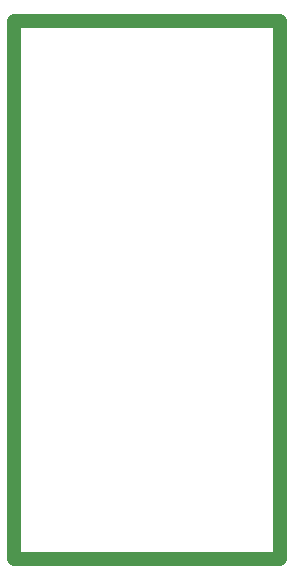
<source format=gm1>
%FSLAX25Y25*%
%MOIN*%
G70*
G01*
G75*
G04 Layer_Color=16711935*
%ADD10R,0.06890X0.10433*%
%ADD11R,0.08504X0.08898*%
%ADD12R,0.06693X0.02953*%
%ADD13R,0.08268X0.03937*%
%ADD14O,0.08268X0.03937*%
%ADD15O,0.02362X0.07087*%
%ADD16O,0.02362X0.08268*%
%ADD17R,0.03543X0.02756*%
%ADD18C,0.01000*%
%ADD19C,0.05000*%
%ADD20C,0.07000*%
%ADD21C,0.02000*%
%ADD22R,0.29000X0.24000*%
%ADD23R,0.30500X0.24000*%
%ADD24C,0.04724*%
G04:AMPARAMS|DCode=25|XSize=137.8mil|YSize=236.22mil|CornerRadius=34.45mil|HoleSize=0mil|Usage=FLASHONLY|Rotation=0.000|XOffset=0mil|YOffset=0mil|HoleType=Round|Shape=RoundedRectangle|*
%AMROUNDEDRECTD25*
21,1,0.13780,0.16732,0,0,0.0*
21,1,0.06890,0.23622,0,0,0.0*
1,1,0.06890,0.03445,-0.08366*
1,1,0.06890,-0.03445,-0.08366*
1,1,0.06890,-0.03445,0.08366*
1,1,0.06890,0.03445,0.08366*
%
%ADD25ROUNDEDRECTD25*%
G04:AMPARAMS|DCode=26|XSize=177.16mil|YSize=236.22mil|CornerRadius=44.29mil|HoleSize=0mil|Usage=FLASHONLY|Rotation=0.000|XOffset=0mil|YOffset=0mil|HoleType=Round|Shape=RoundedRectangle|*
%AMROUNDEDRECTD26*
21,1,0.17716,0.14764,0,0,0.0*
21,1,0.08858,0.23622,0,0,0.0*
1,1,0.08858,0.04429,-0.07382*
1,1,0.08858,-0.04429,-0.07382*
1,1,0.08858,-0.04429,0.07382*
1,1,0.08858,0.04429,0.07382*
%
%ADD26ROUNDEDRECTD26*%
G04:AMPARAMS|DCode=27|XSize=374.02mil|YSize=157.48mil|CornerRadius=39.37mil|HoleSize=0mil|Usage=FLASHONLY|Rotation=90.000|XOffset=0mil|YOffset=0mil|HoleType=Round|Shape=RoundedRectangle|*
%AMROUNDEDRECTD27*
21,1,0.37402,0.07874,0,0,90.0*
21,1,0.29528,0.15748,0,0,90.0*
1,1,0.07874,0.03937,0.14764*
1,1,0.07874,0.03937,-0.14764*
1,1,0.07874,-0.03937,-0.14764*
1,1,0.07874,-0.03937,0.14764*
%
%ADD27ROUNDEDRECTD27*%
G04:AMPARAMS|DCode=28|XSize=295.28mil|YSize=157.48mil|CornerRadius=39.37mil|HoleSize=0mil|Usage=FLASHONLY|Rotation=90.000|XOffset=0mil|YOffset=0mil|HoleType=Round|Shape=RoundedRectangle|*
%AMROUNDEDRECTD28*
21,1,0.29528,0.07874,0,0,90.0*
21,1,0.21654,0.15748,0,0,90.0*
1,1,0.07874,0.03937,0.10827*
1,1,0.07874,0.03937,-0.10827*
1,1,0.07874,-0.03937,-0.10827*
1,1,0.07874,-0.03937,0.10827*
%
%ADD28ROUNDEDRECTD28*%
%ADD29C,0.07874*%
%ADD30C,0.04500*%
%ADD31R,0.03150X0.03543*%
%ADD32R,0.03543X0.03150*%
%ADD33R,0.04528X0.02362*%
%ADD34R,0.02362X0.04528*%
%ADD35R,0.02756X0.03543*%
%ADD36R,0.05118X0.13189*%
%ADD37C,0.01500*%
%ADD38C,0.10000*%
%ADD39C,0.05500*%
%ADD40R,0.31000X0.24500*%
%ADD41R,0.30000X0.24000*%
%ADD42C,0.00787*%
%ADD43C,0.00984*%
%ADD44C,0.02362*%
%ADD45C,0.00600*%
%ADD46R,0.07690X0.11233*%
%ADD47R,0.09304X0.09698*%
%ADD48R,0.07493X0.03753*%
%ADD49R,0.09068X0.04737*%
%ADD50O,0.09068X0.04737*%
%ADD51O,0.03162X0.07887*%
%ADD52O,0.03162X0.09068*%
%ADD53R,0.04343X0.03556*%
G04:AMPARAMS|DCode=54|XSize=145.79mil|YSize=244.22mil|CornerRadius=38.45mil|HoleSize=0mil|Usage=FLASHONLY|Rotation=0.000|XOffset=0mil|YOffset=0mil|HoleType=Round|Shape=RoundedRectangle|*
%AMROUNDEDRECTD54*
21,1,0.14579,0.16732,0,0,0.0*
21,1,0.06890,0.24422,0,0,0.0*
1,1,0.07690,0.03445,-0.08366*
1,1,0.07690,-0.03445,-0.08366*
1,1,0.07690,-0.03445,0.08366*
1,1,0.07690,0.03445,0.08366*
%
%ADD54ROUNDEDRECTD54*%
G04:AMPARAMS|DCode=55|XSize=185.17mil|YSize=244.22mil|CornerRadius=48.29mil|HoleSize=0mil|Usage=FLASHONLY|Rotation=0.000|XOffset=0mil|YOffset=0mil|HoleType=Round|Shape=RoundedRectangle|*
%AMROUNDEDRECTD55*
21,1,0.18517,0.14764,0,0,0.0*
21,1,0.08858,0.24422,0,0,0.0*
1,1,0.09658,0.04429,-0.07382*
1,1,0.09658,-0.04429,-0.07382*
1,1,0.09658,-0.04429,0.07382*
1,1,0.09658,0.04429,0.07382*
%
%ADD55ROUNDEDRECTD55*%
G04:AMPARAMS|DCode=56|XSize=382.02mil|YSize=165.48mil|CornerRadius=43.37mil|HoleSize=0mil|Usage=FLASHONLY|Rotation=90.000|XOffset=0mil|YOffset=0mil|HoleType=Round|Shape=RoundedRectangle|*
%AMROUNDEDRECTD56*
21,1,0.38202,0.07874,0,0,90.0*
21,1,0.29528,0.16548,0,0,90.0*
1,1,0.08674,0.03937,0.14764*
1,1,0.08674,0.03937,-0.14764*
1,1,0.08674,-0.03937,-0.14764*
1,1,0.08674,-0.03937,0.14764*
%
%ADD56ROUNDEDRECTD56*%
G04:AMPARAMS|DCode=57|XSize=303.28mil|YSize=165.48mil|CornerRadius=43.37mil|HoleSize=0mil|Usage=FLASHONLY|Rotation=90.000|XOffset=0mil|YOffset=0mil|HoleType=Round|Shape=RoundedRectangle|*
%AMROUNDEDRECTD57*
21,1,0.30328,0.07874,0,0,90.0*
21,1,0.21654,0.16548,0,0,90.0*
1,1,0.08674,0.03937,0.10827*
1,1,0.08674,0.03937,-0.10827*
1,1,0.08674,-0.03937,-0.10827*
1,1,0.08674,-0.03937,0.10827*
%
%ADD57ROUNDEDRECTD57*%
%ADD58C,0.08674*%
%ADD59C,0.05300*%
%ADD60R,0.03950X0.04343*%
%ADD61R,0.04343X0.03950*%
%ADD62R,0.05328X0.03162*%
%ADD63R,0.03162X0.05328*%
%ADD64R,0.03556X0.04343*%
%ADD65R,0.05918X0.13989*%
D24*
X0Y0D02*
Y179500D01*
Y0D02*
X88500D01*
X0Y179500D02*
X88500D01*
Y0D02*
Y179500D01*
X0Y0D02*
Y179500D01*
Y0D02*
X88500D01*
X0Y179500D02*
X88500D01*
Y0D02*
Y179500D01*
M02*

</source>
